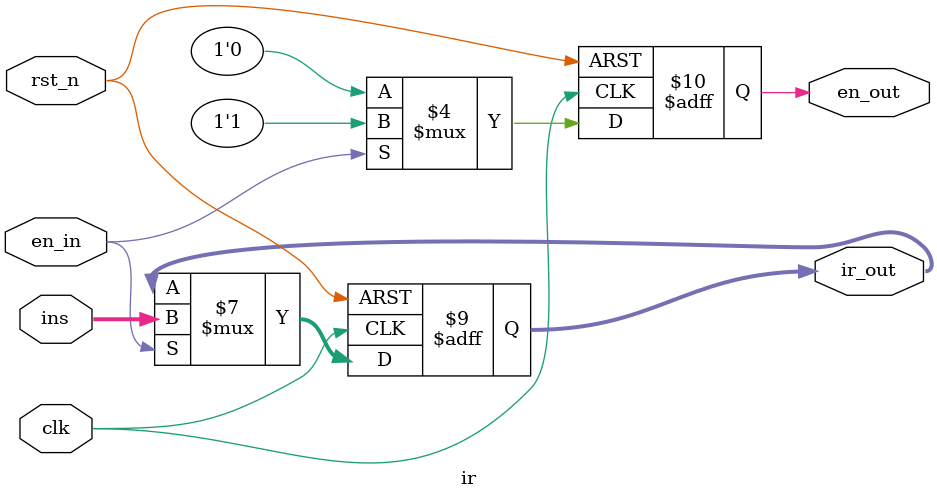
<source format=v>

module ir #(
	parameter DWIDTH = 16
)(
	input clk, rst_n, en_in,
	input [DWIDTH - 1 : 0] ins,
	output reg [DWIDTH - 1 : 0] ir_out,
	output reg en_out
);

	always @ (posedge clk or negedge rst_n) begin
		if(!rst_n) begin
			ir_out <= {(DWIDTH){1'b0}};
			en_out <= 1'b1;
		end
		else begin
			if(en_in) begin
				en_out <= 1'b1;
				ir_out <= ins;
			end
			else en_out <= 1'b0;
		end
	end
endmodule



</source>
